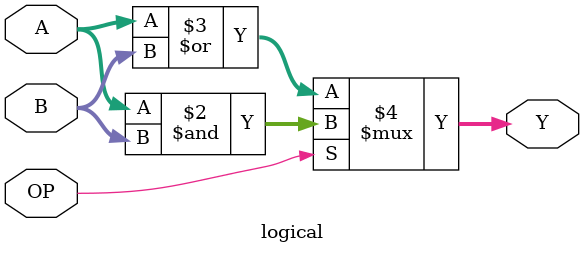
<source format=v>
module logical(A, B, OP, Y); // add all inputs and outputs inside parentheses

  // inputs
  input [7:0] A;
  input [7:0] B;
  input OP;

  // outputs
  output [7:0] Y;

  // reg and internal variable definitions
  
  // implement module here
  assign Y = (OP==1'b1 ? (A&B) : (A|B));

endmodule

</source>
